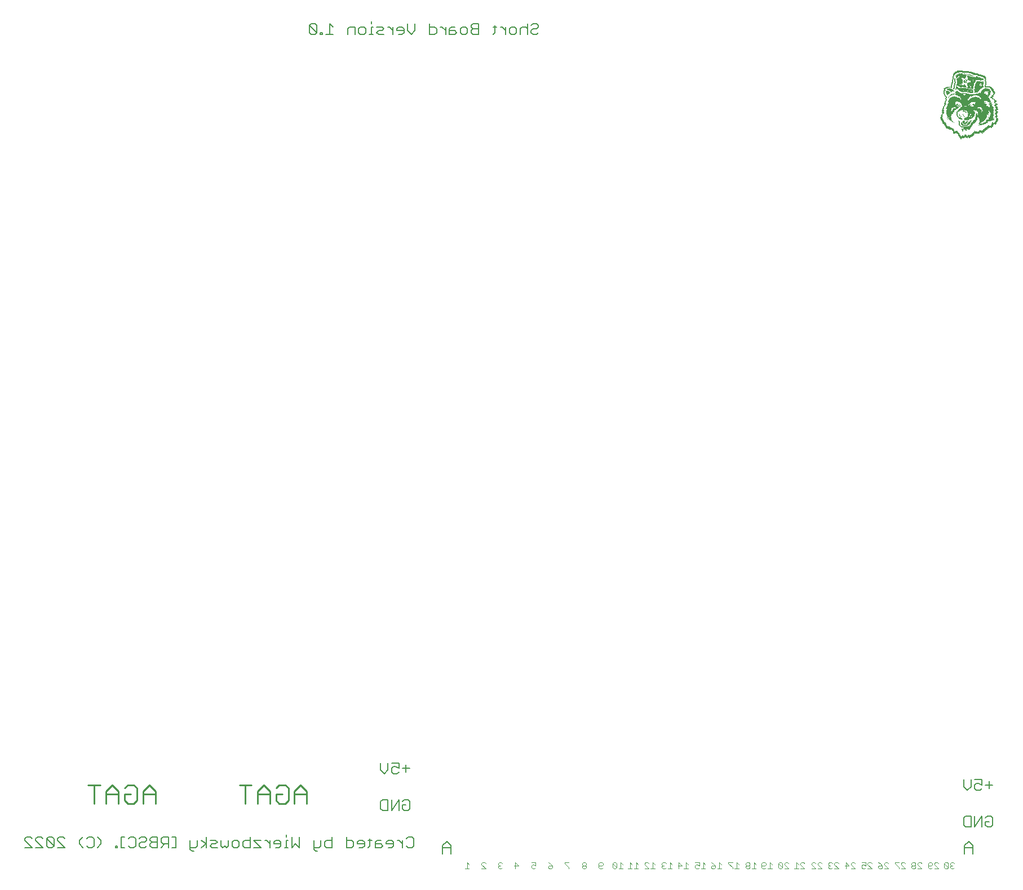
<source format=gbo>
G75*
%MOIN*%
%OFA0B0*%
%FSLAX25Y25*%
%IPPOS*%
%LPD*%
%AMOC8*
5,1,8,0,0,1.08239X$1,22.5*
%
%ADD10C,0.00600*%
%ADD11C,0.00900*%
%ADD12R,0.00472X0.00236*%
%ADD13R,0.00945X0.00236*%
%ADD14R,0.00709X0.00236*%
%ADD15R,0.01181X0.00236*%
%ADD16R,0.02598X0.00236*%
%ADD17R,0.01654X0.00236*%
%ADD18R,0.03071X0.00236*%
%ADD19R,0.03780X0.00236*%
%ADD20R,0.05906X0.00236*%
%ADD21R,0.06378X0.00236*%
%ADD22R,0.01417X0.00236*%
%ADD23R,0.03543X0.00236*%
%ADD24R,0.02362X0.00236*%
%ADD25R,0.01890X0.00236*%
%ADD26R,0.00236X0.00236*%
%ADD27R,0.04016X0.00236*%
%ADD28R,0.05669X0.00236*%
%ADD29R,0.02835X0.00236*%
%ADD30R,0.02126X0.00236*%
%ADD31R,0.03307X0.00236*%
%ADD32R,0.04252X0.00236*%
%ADD33R,0.06142X0.00236*%
%ADD34R,0.04488X0.00236*%
%ADD35R,0.04724X0.00236*%
%ADD36R,0.06614X0.00236*%
%ADD37R,0.05433X0.00236*%
%ADD38R,0.13228X0.00236*%
%ADD39R,0.12992X0.00236*%
%ADD40R,0.12283X0.00236*%
%ADD41R,0.09921X0.00236*%
%ADD42R,0.07323X0.00236*%
%ADD43R,0.07559X0.00236*%
%ADD44R,0.04961X0.00236*%
%ADD45R,0.10157X0.00236*%
%ADD46R,0.16299X0.00236*%
%ADD47R,0.08976X0.00236*%
%ADD48R,0.08268X0.00236*%
%ADD49R,0.08031X0.00236*%
%ADD50R,0.06850X0.00236*%
%ADD51R,0.05197X0.00236*%
%ADD52R,0.14882X0.00236*%
%ADD53R,0.21260X0.00236*%
%ADD54R,0.24803X0.00236*%
%ADD55R,0.12756X0.00236*%
%ADD56R,0.11339X0.00236*%
%ADD57R,0.09213X0.00236*%
%ADD58R,0.07087X0.00236*%
%ADD59R,0.08504X0.00236*%
%ADD60R,0.07795X0.00236*%
%ADD61R,0.09449X0.00236*%
%ADD62R,0.08740X0.00236*%
%ADD63R,0.09685X0.00236*%
%ADD64C,0.00300*%
D10*
X0033042Y0073804D02*
X0037312Y0073804D01*
X0033042Y0078074D01*
X0033042Y0079142D01*
X0034110Y0080209D01*
X0036245Y0080209D01*
X0037312Y0079142D01*
X0039488Y0079142D02*
X0040555Y0080209D01*
X0042690Y0080209D01*
X0043758Y0079142D01*
X0045933Y0079142D02*
X0050203Y0074872D01*
X0049136Y0073804D01*
X0047001Y0073804D01*
X0045933Y0074872D01*
X0045933Y0079142D01*
X0047001Y0080209D01*
X0049136Y0080209D01*
X0050203Y0079142D01*
X0050203Y0074872D01*
X0052379Y0073804D02*
X0056649Y0073804D01*
X0052379Y0078074D01*
X0052379Y0079142D01*
X0053446Y0080209D01*
X0055581Y0080209D01*
X0056649Y0079142D01*
X0065256Y0078074D02*
X0067391Y0080209D01*
X0069566Y0079142D02*
X0070634Y0080209D01*
X0072769Y0080209D01*
X0073837Y0079142D01*
X0073837Y0074872D01*
X0072769Y0073804D01*
X0070634Y0073804D01*
X0069566Y0074872D01*
X0067391Y0073804D02*
X0065256Y0075939D01*
X0065256Y0078074D01*
X0075999Y0080209D02*
X0078134Y0078074D01*
X0078134Y0075939D01*
X0075999Y0073804D01*
X0086734Y0073804D02*
X0087802Y0073804D01*
X0087802Y0074872D01*
X0086734Y0074872D01*
X0086734Y0073804D01*
X0089964Y0073804D02*
X0089964Y0080209D01*
X0092099Y0080209D01*
X0094274Y0079142D02*
X0095342Y0080209D01*
X0097477Y0080209D01*
X0098545Y0079142D01*
X0098545Y0074872D01*
X0097477Y0073804D01*
X0095342Y0073804D01*
X0094274Y0074872D01*
X0092099Y0073804D02*
X0089964Y0073804D01*
X0100720Y0074872D02*
X0101787Y0073804D01*
X0103922Y0073804D01*
X0104990Y0074872D01*
X0107165Y0074872D02*
X0108233Y0073804D01*
X0111436Y0073804D01*
X0111436Y0080209D01*
X0108233Y0080209D01*
X0107165Y0079142D01*
X0107165Y0078074D01*
X0108233Y0077007D01*
X0111436Y0077007D01*
X0113611Y0077007D02*
X0114678Y0075939D01*
X0117881Y0075939D01*
X0117881Y0073804D02*
X0117881Y0080209D01*
X0114678Y0080209D01*
X0113611Y0079142D01*
X0113611Y0077007D01*
X0115746Y0075939D02*
X0113611Y0073804D01*
X0108233Y0077007D02*
X0107165Y0075939D01*
X0107165Y0074872D01*
X0104990Y0078074D02*
X0103922Y0077007D01*
X0101787Y0077007D01*
X0100720Y0075939D01*
X0100720Y0074872D01*
X0100720Y0079142D02*
X0101787Y0080209D01*
X0103922Y0080209D01*
X0104990Y0079142D01*
X0104990Y0078074D01*
X0120043Y0080209D02*
X0122178Y0080209D01*
X0122178Y0073804D01*
X0120043Y0073804D01*
X0130799Y0073804D02*
X0134001Y0073804D01*
X0135069Y0074872D01*
X0135069Y0078074D01*
X0137238Y0078074D02*
X0140440Y0075939D01*
X0137238Y0073804D01*
X0140440Y0073804D02*
X0140440Y0080209D01*
X0142615Y0078074D02*
X0145818Y0078074D01*
X0146886Y0077007D01*
X0145818Y0075939D01*
X0143683Y0075939D01*
X0142615Y0074872D01*
X0143683Y0073804D01*
X0146886Y0073804D01*
X0149061Y0074872D02*
X0149061Y0078074D01*
X0149061Y0074872D02*
X0150129Y0073804D01*
X0151196Y0074872D01*
X0152264Y0073804D01*
X0153331Y0074872D01*
X0153331Y0078074D01*
X0155506Y0077007D02*
X0156574Y0078074D01*
X0158709Y0078074D01*
X0159777Y0077007D01*
X0159777Y0074872D01*
X0158709Y0073804D01*
X0156574Y0073804D01*
X0155506Y0074872D01*
X0155506Y0077007D01*
X0161952Y0077007D02*
X0163020Y0078074D01*
X0166222Y0078074D01*
X0166222Y0080209D02*
X0166222Y0073804D01*
X0163020Y0073804D01*
X0161952Y0074872D01*
X0161952Y0077007D01*
X0168397Y0078074D02*
X0172668Y0073804D01*
X0168397Y0073804D01*
X0168397Y0078074D02*
X0172668Y0078074D01*
X0174836Y0078074D02*
X0175904Y0078074D01*
X0178039Y0075939D01*
X0178039Y0073804D02*
X0178039Y0078074D01*
X0180214Y0077007D02*
X0180214Y0075939D01*
X0184485Y0075939D01*
X0184485Y0074872D02*
X0184485Y0077007D01*
X0183417Y0078074D01*
X0181282Y0078074D01*
X0180214Y0077007D01*
X0181282Y0073804D02*
X0183417Y0073804D01*
X0184485Y0074872D01*
X0186646Y0073804D02*
X0188782Y0073804D01*
X0187714Y0073804D02*
X0187714Y0078074D01*
X0188782Y0078074D01*
X0187714Y0080209D02*
X0187714Y0081277D01*
X0190957Y0080209D02*
X0190957Y0073804D01*
X0193092Y0075939D01*
X0195227Y0073804D01*
X0195227Y0080209D01*
X0203848Y0078074D02*
X0203848Y0072736D01*
X0204915Y0071669D01*
X0205983Y0071669D01*
X0207050Y0073804D02*
X0203848Y0073804D01*
X0207050Y0073804D02*
X0208118Y0074872D01*
X0208118Y0078074D01*
X0210293Y0077007D02*
X0211361Y0078074D01*
X0214563Y0078074D01*
X0214563Y0080209D02*
X0214563Y0073804D01*
X0211361Y0073804D01*
X0210293Y0074872D01*
X0210293Y0077007D01*
X0223184Y0078074D02*
X0226387Y0078074D01*
X0227454Y0077007D01*
X0227454Y0074872D01*
X0226387Y0073804D01*
X0223184Y0073804D01*
X0223184Y0080209D01*
X0229630Y0077007D02*
X0229630Y0075939D01*
X0233900Y0075939D01*
X0233900Y0074872D02*
X0233900Y0077007D01*
X0232832Y0078074D01*
X0230697Y0078074D01*
X0229630Y0077007D01*
X0230697Y0073804D02*
X0232832Y0073804D01*
X0233900Y0074872D01*
X0236062Y0073804D02*
X0237129Y0074872D01*
X0237129Y0079142D01*
X0236062Y0078074D02*
X0238197Y0078074D01*
X0240372Y0077007D02*
X0240372Y0073804D01*
X0243575Y0073804D01*
X0244642Y0074872D01*
X0243575Y0075939D01*
X0240372Y0075939D01*
X0240372Y0077007D02*
X0241440Y0078074D01*
X0243575Y0078074D01*
X0246818Y0077007D02*
X0246818Y0075939D01*
X0251088Y0075939D01*
X0251088Y0074872D02*
X0251088Y0077007D01*
X0250020Y0078074D01*
X0247885Y0078074D01*
X0246818Y0077007D01*
X0247885Y0073804D02*
X0250020Y0073804D01*
X0251088Y0074872D01*
X0253256Y0078074D02*
X0254324Y0078074D01*
X0256459Y0075939D01*
X0256459Y0073804D02*
X0256459Y0078074D01*
X0258634Y0079142D02*
X0259702Y0080209D01*
X0261837Y0080209D01*
X0262905Y0079142D01*
X0262905Y0074872D01*
X0261837Y0073804D01*
X0259702Y0073804D01*
X0258634Y0074872D01*
X0259554Y0095851D02*
X0257419Y0095851D01*
X0256351Y0096919D01*
X0256351Y0099054D01*
X0258486Y0099054D01*
X0256351Y0101189D02*
X0257419Y0102257D01*
X0259554Y0102257D01*
X0260621Y0101189D01*
X0260621Y0096919D01*
X0259554Y0095851D01*
X0254176Y0095851D02*
X0254176Y0102257D01*
X0249905Y0095851D01*
X0249905Y0102257D01*
X0247730Y0102257D02*
X0244528Y0102257D01*
X0243460Y0101189D01*
X0243460Y0096919D01*
X0244528Y0095851D01*
X0247730Y0095851D01*
X0247730Y0102257D01*
X0245595Y0117505D02*
X0243460Y0119640D01*
X0243460Y0123910D01*
X0247730Y0123910D02*
X0247730Y0119640D01*
X0245595Y0117505D01*
X0249905Y0118572D02*
X0249905Y0120707D01*
X0250973Y0121775D01*
X0252041Y0121775D01*
X0254176Y0120707D01*
X0254176Y0123910D01*
X0249905Y0123910D01*
X0249905Y0118572D02*
X0250973Y0117505D01*
X0253108Y0117505D01*
X0254176Y0118572D01*
X0256351Y0120707D02*
X0260621Y0120707D01*
X0258486Y0118572D02*
X0258486Y0122843D01*
X0282525Y0077541D02*
X0280098Y0075114D01*
X0280098Y0070261D01*
X0280098Y0073901D02*
X0284952Y0073901D01*
X0284952Y0075114D02*
X0282525Y0077541D01*
X0284952Y0075114D02*
X0284952Y0070261D01*
X0132934Y0071669D02*
X0131866Y0071669D01*
X0130799Y0072736D01*
X0130799Y0078074D01*
X0043758Y0073804D02*
X0039488Y0078074D01*
X0039488Y0079142D01*
X0039488Y0073804D02*
X0043758Y0073804D01*
X0202462Y0554513D02*
X0204598Y0554513D01*
X0205665Y0555580D01*
X0201395Y0559850D01*
X0201395Y0555580D01*
X0202462Y0554513D01*
X0205665Y0555580D02*
X0205665Y0559850D01*
X0204598Y0560918D01*
X0202462Y0560918D01*
X0201395Y0559850D01*
X0207820Y0555580D02*
X0207820Y0554513D01*
X0208888Y0554513D01*
X0208888Y0555580D01*
X0207820Y0555580D01*
X0211063Y0554513D02*
X0215333Y0554513D01*
X0213198Y0554513D02*
X0213198Y0560918D01*
X0215333Y0558783D01*
X0223954Y0557715D02*
X0223954Y0554513D01*
X0223954Y0557715D02*
X0225022Y0558783D01*
X0228224Y0558783D01*
X0228224Y0554513D01*
X0230400Y0555580D02*
X0230400Y0557715D01*
X0231467Y0558783D01*
X0233602Y0558783D01*
X0234670Y0557715D01*
X0234670Y0555580D01*
X0233602Y0554513D01*
X0231467Y0554513D01*
X0230400Y0555580D01*
X0236832Y0554513D02*
X0238967Y0554513D01*
X0237899Y0554513D02*
X0237899Y0558783D01*
X0238967Y0558783D01*
X0241142Y0558783D02*
X0244345Y0558783D01*
X0245412Y0557715D01*
X0244345Y0556648D01*
X0242210Y0556648D01*
X0241142Y0555580D01*
X0242210Y0554513D01*
X0245412Y0554513D01*
X0247581Y0558783D02*
X0248649Y0558783D01*
X0250784Y0556648D01*
X0250784Y0554513D02*
X0250784Y0558783D01*
X0252959Y0557715D02*
X0252959Y0556648D01*
X0257229Y0556648D01*
X0257229Y0557715D02*
X0256162Y0558783D01*
X0254026Y0558783D01*
X0252959Y0557715D01*
X0254026Y0554513D02*
X0256162Y0554513D01*
X0257229Y0555580D01*
X0257229Y0557715D01*
X0259404Y0556648D02*
X0259404Y0560918D01*
X0259404Y0556648D02*
X0261540Y0554513D01*
X0263675Y0556648D01*
X0263675Y0560918D01*
X0272295Y0560918D02*
X0272295Y0554513D01*
X0275498Y0554513D01*
X0276566Y0555580D01*
X0276566Y0557715D01*
X0275498Y0558783D01*
X0272295Y0558783D01*
X0278734Y0558783D02*
X0279802Y0558783D01*
X0281937Y0556648D01*
X0281937Y0554513D02*
X0281937Y0558783D01*
X0284112Y0557715D02*
X0284112Y0554513D01*
X0287315Y0554513D01*
X0288382Y0555580D01*
X0287315Y0556648D01*
X0284112Y0556648D01*
X0284112Y0557715D02*
X0285180Y0558783D01*
X0287315Y0558783D01*
X0290558Y0557715D02*
X0291625Y0558783D01*
X0293760Y0558783D01*
X0294828Y0557715D01*
X0294828Y0555580D01*
X0293760Y0554513D01*
X0291625Y0554513D01*
X0290558Y0555580D01*
X0290558Y0557715D01*
X0297003Y0556648D02*
X0297003Y0555580D01*
X0298071Y0554513D01*
X0301273Y0554513D01*
X0301273Y0560918D01*
X0298071Y0560918D01*
X0297003Y0559850D01*
X0297003Y0558783D01*
X0298071Y0557715D01*
X0301273Y0557715D01*
X0298071Y0557715D02*
X0297003Y0556648D01*
X0309881Y0558783D02*
X0312016Y0558783D01*
X0310948Y0559850D02*
X0310948Y0555580D01*
X0309881Y0554513D01*
X0314184Y0558783D02*
X0315252Y0558783D01*
X0317387Y0556648D01*
X0317387Y0554513D02*
X0317387Y0558783D01*
X0319562Y0557715D02*
X0320630Y0558783D01*
X0322765Y0558783D01*
X0323833Y0557715D01*
X0323833Y0555580D01*
X0322765Y0554513D01*
X0320630Y0554513D01*
X0319562Y0555580D01*
X0319562Y0557715D01*
X0326008Y0557715D02*
X0326008Y0554513D01*
X0326008Y0557715D02*
X0327075Y0558783D01*
X0329211Y0558783D01*
X0330278Y0557715D01*
X0332453Y0556648D02*
X0332453Y0555580D01*
X0333521Y0554513D01*
X0335656Y0554513D01*
X0336724Y0555580D01*
X0335656Y0557715D02*
X0333521Y0557715D01*
X0332453Y0556648D01*
X0330278Y0554513D02*
X0330278Y0560918D01*
X0332453Y0559850D02*
X0333521Y0560918D01*
X0335656Y0560918D01*
X0336724Y0559850D01*
X0336724Y0558783D01*
X0335656Y0557715D01*
X0237899Y0560918D02*
X0237899Y0561986D01*
X0588263Y0114068D02*
X0588263Y0109797D01*
X0590398Y0107662D01*
X0592533Y0109797D01*
X0592533Y0114068D01*
X0594709Y0114068D02*
X0598979Y0114068D01*
X0598979Y0110865D01*
X0596844Y0111933D01*
X0595776Y0111933D01*
X0594709Y0110865D01*
X0594709Y0108730D01*
X0595776Y0107662D01*
X0597911Y0107662D01*
X0598979Y0108730D01*
X0601154Y0110865D02*
X0605424Y0110865D01*
X0603289Y0113000D02*
X0603289Y0108730D01*
X0602222Y0092414D02*
X0604357Y0092414D01*
X0605424Y0091347D01*
X0605424Y0087076D01*
X0604357Y0086009D01*
X0602222Y0086009D01*
X0601154Y0087076D01*
X0601154Y0089211D01*
X0603289Y0089211D01*
X0601154Y0091347D02*
X0602222Y0092414D01*
X0598979Y0092414D02*
X0594709Y0086009D01*
X0594709Y0092414D01*
X0592533Y0092414D02*
X0592533Y0086009D01*
X0589331Y0086009D01*
X0588263Y0087076D01*
X0588263Y0091347D01*
X0589331Y0092414D01*
X0592533Y0092414D01*
X0598979Y0092414D02*
X0598979Y0086009D01*
X0591187Y0077541D02*
X0588760Y0075114D01*
X0588760Y0070261D01*
X0588760Y0073901D02*
X0593613Y0073901D01*
X0593613Y0075114D02*
X0591187Y0077541D01*
X0593613Y0075114D02*
X0593613Y0070261D01*
D11*
X0199763Y0099938D02*
X0199763Y0107218D01*
X0196122Y0110859D01*
X0192482Y0107218D01*
X0192482Y0099938D01*
X0188887Y0101758D02*
X0187067Y0099938D01*
X0183427Y0099938D01*
X0181607Y0101758D01*
X0181607Y0105398D01*
X0185247Y0105398D01*
X0188887Y0109038D02*
X0188887Y0101758D01*
X0192482Y0105398D02*
X0199763Y0105398D01*
X0188887Y0109038D02*
X0187067Y0110859D01*
X0183427Y0110859D01*
X0181607Y0109038D01*
X0178012Y0107218D02*
X0174372Y0110859D01*
X0170732Y0107218D01*
X0170732Y0099938D01*
X0170732Y0105398D02*
X0178012Y0105398D01*
X0178012Y0107218D02*
X0178012Y0099938D01*
X0163496Y0099938D02*
X0163496Y0110859D01*
X0167136Y0110859D02*
X0159856Y0110859D01*
X0110196Y0107218D02*
X0110196Y0099938D01*
X0110196Y0105398D02*
X0102915Y0105398D01*
X0102915Y0107218D02*
X0102915Y0099938D01*
X0099320Y0101758D02*
X0097500Y0099938D01*
X0093860Y0099938D01*
X0092040Y0101758D01*
X0092040Y0105398D01*
X0095680Y0105398D01*
X0099320Y0109038D02*
X0099320Y0101758D01*
X0102915Y0107218D02*
X0106556Y0110859D01*
X0110196Y0107218D01*
X0099320Y0109038D02*
X0097500Y0110859D01*
X0093860Y0110859D01*
X0092040Y0109038D01*
X0088445Y0107218D02*
X0084805Y0110859D01*
X0081165Y0107218D01*
X0081165Y0099938D01*
X0081165Y0105398D02*
X0088445Y0105398D01*
X0088445Y0107218D02*
X0088445Y0099938D01*
X0077569Y0110859D02*
X0070289Y0110859D01*
X0073929Y0110859D02*
X0073929Y0099938D01*
D12*
X0575134Y0505551D03*
X0575370Y0505787D03*
X0575606Y0506969D03*
X0576079Y0508858D03*
X0578913Y0505079D03*
X0581748Y0502717D03*
X0585291Y0502953D03*
X0585528Y0502717D03*
X0585528Y0502480D03*
X0585528Y0502244D03*
X0585764Y0502008D03*
X0585764Y0501772D03*
X0585764Y0501299D03*
X0585764Y0501063D03*
X0585764Y0500827D03*
X0586945Y0502008D03*
X0586945Y0502244D03*
X0586709Y0505787D03*
X0588598Y0505787D03*
X0589543Y0508150D03*
X0589071Y0508622D03*
X0587890Y0509567D03*
X0586000Y0511693D03*
X0585291Y0512165D03*
X0585055Y0512402D03*
X0584583Y0513110D03*
X0584346Y0512874D03*
X0585291Y0517835D03*
X0583638Y0521614D03*
X0583638Y0521850D03*
X0582457Y0522087D03*
X0582457Y0522323D03*
X0582693Y0522795D03*
X0582693Y0523031D03*
X0582693Y0523268D03*
X0584110Y0523504D03*
X0586709Y0524449D03*
X0588598Y0526339D03*
X0588598Y0526811D03*
X0588835Y0527047D03*
X0589307Y0526339D03*
X0590016Y0525630D03*
X0589543Y0527520D03*
X0588835Y0531063D03*
X0584346Y0528465D03*
X0584110Y0528701D03*
X0583165Y0527992D03*
X0583165Y0527756D03*
X0583165Y0527520D03*
X0583165Y0527283D03*
X0583165Y0527047D03*
X0583165Y0526811D03*
X0583165Y0526575D03*
X0583165Y0526339D03*
X0581748Y0527047D03*
X0581748Y0527283D03*
X0581748Y0527520D03*
X0581984Y0528701D03*
X0581276Y0524921D03*
X0581276Y0524685D03*
X0581039Y0523504D03*
X0581039Y0523268D03*
X0591197Y0521850D03*
X0596394Y0526575D03*
X0598283Y0524449D03*
X0599701Y0526339D03*
X0601354Y0525157D03*
X0601354Y0524921D03*
X0603244Y0513110D03*
X0602535Y0506732D03*
X0602299Y0503898D03*
X0605370Y0502244D03*
X0603008Y0500354D03*
X0597575Y0501772D03*
X0597811Y0497520D03*
X0599228Y0495866D03*
X0594740Y0497047D03*
X0591669Y0493268D03*
X0587654Y0494449D03*
X0586709Y0492559D03*
X0587654Y0497047D03*
X0589543Y0497520D03*
X0589543Y0497756D03*
X0591197Y0502244D03*
X0591197Y0502480D03*
X0592142Y0502480D03*
X0592378Y0502717D03*
X0592378Y0502953D03*
X0592614Y0503189D03*
X0592142Y0505551D03*
X0592378Y0505787D03*
X0595685Y0507205D03*
X0595921Y0507441D03*
X0595921Y0506969D03*
X0591669Y0512402D03*
X0584346Y0507677D03*
X0584346Y0507441D03*
X0584346Y0506969D03*
X0584346Y0506732D03*
X0584583Y0506260D03*
X0584819Y0505787D03*
X0607969Y0504606D03*
D13*
X0607496Y0505315D03*
X0607732Y0506496D03*
X0607496Y0506969D03*
X0607732Y0508858D03*
X0607496Y0509331D03*
X0607969Y0510276D03*
X0607732Y0510512D03*
X0607496Y0511693D03*
X0607260Y0511929D03*
X0607496Y0513346D03*
X0607260Y0513583D03*
X0606787Y0513819D03*
X0606787Y0514055D03*
X0606787Y0514291D03*
X0607024Y0515000D03*
X0606787Y0515472D03*
X0606315Y0515709D03*
X0606079Y0515945D03*
X0605370Y0516417D03*
X0605134Y0516654D03*
X0605370Y0517835D03*
X0605606Y0518307D03*
X0605606Y0518543D03*
X0605843Y0518780D03*
X0606079Y0519016D03*
X0606315Y0519252D03*
X0606315Y0519488D03*
X0603717Y0520669D03*
X0601118Y0523740D03*
X0601118Y0523976D03*
X0601118Y0524213D03*
X0601354Y0525630D03*
X0601354Y0525866D03*
X0601354Y0526102D03*
X0601118Y0526811D03*
X0601118Y0527047D03*
X0601118Y0527756D03*
X0601118Y0527992D03*
X0601118Y0528228D03*
X0598283Y0527047D03*
X0599465Y0524685D03*
X0599465Y0524449D03*
X0599465Y0524213D03*
X0599465Y0523976D03*
X0595921Y0529409D03*
X0593559Y0529646D03*
X0590961Y0529646D03*
X0589780Y0530827D03*
X0589307Y0527283D03*
X0589780Y0526575D03*
X0590016Y0526811D03*
X0588835Y0526102D03*
X0588835Y0525630D03*
X0588598Y0524449D03*
X0586709Y0524921D03*
X0582929Y0524685D03*
X0582929Y0524449D03*
X0581512Y0525866D03*
X0582220Y0529646D03*
X0582457Y0530354D03*
X0582693Y0530591D03*
X0584110Y0528937D03*
X0584346Y0520669D03*
X0580803Y0520669D03*
X0578441Y0520906D03*
X0577024Y0521614D03*
X0577024Y0521850D03*
X0576787Y0520906D03*
X0576787Y0520669D03*
X0576787Y0519252D03*
X0576787Y0519016D03*
X0577024Y0518543D03*
X0577260Y0518071D03*
X0577732Y0517598D03*
X0577969Y0517362D03*
X0577969Y0517126D03*
X0577732Y0516417D03*
X0577732Y0515945D03*
X0577969Y0515709D03*
X0577732Y0515236D03*
X0577496Y0514528D03*
X0577260Y0513819D03*
X0577260Y0513346D03*
X0576315Y0510984D03*
X0575843Y0509803D03*
X0575843Y0509567D03*
X0576079Y0508622D03*
X0576079Y0507913D03*
X0575370Y0506496D03*
X0575370Y0506024D03*
X0580803Y0503425D03*
X0585055Y0505315D03*
X0584819Y0508622D03*
X0584110Y0512638D03*
X0591197Y0506260D03*
X0590961Y0505787D03*
X0593559Y0505551D03*
X0590488Y0502953D03*
X0590252Y0502717D03*
X0590016Y0502480D03*
X0587181Y0501299D03*
X0586945Y0501535D03*
X0586945Y0501772D03*
X0586472Y0500118D03*
X0586709Y0499882D03*
X0589543Y0497992D03*
X0590252Y0493268D03*
X0586709Y0492795D03*
X0585291Y0495157D03*
X0582220Y0497047D03*
X0582220Y0497283D03*
X0596630Y0495630D03*
X0604661Y0499173D03*
X0604189Y0513110D03*
X0604189Y0513346D03*
X0603717Y0514055D03*
X0593087Y0517835D03*
X0591669Y0520669D03*
X0590961Y0523976D03*
X0592850Y0526575D03*
D14*
X0589898Y0527047D03*
X0594386Y0529173D03*
X0596276Y0527283D03*
X0601236Y0527283D03*
X0601236Y0527520D03*
X0601236Y0526575D03*
X0601236Y0526339D03*
X0601472Y0525394D03*
X0601236Y0524685D03*
X0601236Y0524449D03*
X0601472Y0522323D03*
X0603126Y0518071D03*
X0597220Y0510512D03*
X0596039Y0506732D03*
X0593441Y0505315D03*
X0591079Y0506024D03*
X0589189Y0508386D03*
X0588244Y0509094D03*
X0584465Y0508386D03*
X0584465Y0508150D03*
X0584465Y0507913D03*
X0584465Y0507205D03*
X0584465Y0506496D03*
X0584701Y0506024D03*
X0584937Y0505551D03*
X0581394Y0502953D03*
X0581157Y0503189D03*
X0585882Y0500591D03*
X0586118Y0500354D03*
X0587299Y0498465D03*
X0587535Y0497756D03*
X0587535Y0497520D03*
X0587535Y0497283D03*
X0589189Y0494921D03*
X0591079Y0494685D03*
X0590370Y0493031D03*
X0588008Y0493031D03*
X0591315Y0497992D03*
X0597929Y0502008D03*
X0599110Y0496102D03*
X0605488Y0502008D03*
X0606906Y0501063D03*
X0607614Y0505079D03*
X0607614Y0506732D03*
X0607378Y0509094D03*
X0594150Y0513110D03*
X0582102Y0518780D03*
X0581157Y0518780D03*
X0580921Y0518543D03*
X0580213Y0518071D03*
X0578795Y0518780D03*
X0577378Y0517835D03*
X0577142Y0518307D03*
X0576906Y0518780D03*
X0576669Y0519488D03*
X0576669Y0519724D03*
X0576669Y0519961D03*
X0576669Y0520197D03*
X0576669Y0520433D03*
X0576906Y0521378D03*
X0580921Y0522795D03*
X0581157Y0523740D03*
X0581157Y0523976D03*
X0581157Y0524213D03*
X0581157Y0524449D03*
X0581394Y0525157D03*
X0581394Y0525394D03*
X0581394Y0525630D03*
X0581630Y0526102D03*
X0581630Y0526339D03*
X0581630Y0526575D03*
X0581630Y0526811D03*
X0581866Y0527756D03*
X0581866Y0527992D03*
X0581866Y0528228D03*
X0581866Y0528465D03*
X0582102Y0528937D03*
X0582102Y0529173D03*
X0582102Y0529409D03*
X0582339Y0529882D03*
X0582339Y0530118D03*
X0585646Y0531063D03*
X0583283Y0526102D03*
X0583283Y0525866D03*
X0583283Y0525630D03*
X0583047Y0525394D03*
X0583047Y0525157D03*
X0583047Y0524921D03*
X0582811Y0524213D03*
X0582811Y0523976D03*
X0582811Y0523740D03*
X0582811Y0523504D03*
X0582575Y0522559D03*
X0583756Y0522087D03*
X0581157Y0520433D03*
X0577850Y0516890D03*
X0577850Y0516654D03*
X0577614Y0516181D03*
X0577850Y0515472D03*
X0577614Y0515000D03*
X0577614Y0514764D03*
X0577378Y0514291D03*
X0577378Y0514055D03*
X0577142Y0513583D03*
X0577378Y0512874D03*
X0577378Y0512638D03*
X0577142Y0512402D03*
X0576906Y0512165D03*
X0576669Y0511929D03*
X0576669Y0511693D03*
X0576433Y0511457D03*
X0576433Y0511220D03*
X0576197Y0510748D03*
X0576197Y0510512D03*
X0575961Y0510276D03*
X0575961Y0510039D03*
X0576197Y0507677D03*
X0575961Y0507441D03*
X0575724Y0507205D03*
X0575488Y0506732D03*
X0575252Y0505315D03*
X0593441Y0520669D03*
X0593441Y0520906D03*
X0593441Y0522087D03*
D15*
X0593205Y0523031D03*
X0593205Y0523268D03*
X0591079Y0524213D03*
X0592969Y0526339D03*
X0594386Y0526339D03*
X0594622Y0526575D03*
X0592260Y0530118D03*
X0590843Y0530591D03*
X0588717Y0528465D03*
X0582811Y0530827D03*
X0584228Y0523268D03*
X0584465Y0522795D03*
X0578795Y0519016D03*
X0576906Y0521142D03*
X0577142Y0522087D03*
X0577378Y0522323D03*
X0577378Y0513110D03*
X0575961Y0508386D03*
X0575961Y0508150D03*
X0575488Y0506260D03*
X0575016Y0505079D03*
X0575016Y0504843D03*
X0575252Y0504370D03*
X0575488Y0503898D03*
X0575724Y0503425D03*
X0575961Y0502717D03*
X0576197Y0502480D03*
X0577614Y0500591D03*
X0580685Y0503661D03*
X0580449Y0503898D03*
X0580213Y0504843D03*
X0580213Y0505079D03*
X0581866Y0508858D03*
X0582102Y0509094D03*
X0584937Y0508858D03*
X0585173Y0509094D03*
X0585646Y0505079D03*
X0588244Y0502953D03*
X0588244Y0502244D03*
X0588244Y0502008D03*
X0587299Y0501063D03*
X0589898Y0502244D03*
X0591315Y0501772D03*
X0591315Y0501535D03*
X0591079Y0501299D03*
X0590843Y0501063D03*
X0591551Y0502008D03*
X0591079Y0505551D03*
X0591315Y0506732D03*
X0591315Y0506969D03*
X0591315Y0507205D03*
X0593677Y0505787D03*
X0595803Y0505079D03*
X0598165Y0502244D03*
X0597693Y0501535D03*
X0597929Y0497283D03*
X0594150Y0495630D03*
X0591787Y0493504D03*
X0589189Y0494685D03*
X0586827Y0493031D03*
X0586118Y0493976D03*
X0585646Y0494685D03*
X0585173Y0495394D03*
X0584937Y0495630D03*
X0583992Y0497047D03*
X0582811Y0495866D03*
X0582102Y0497520D03*
X0587535Y0497992D03*
X0589425Y0498228D03*
X0591315Y0498228D03*
X0605252Y0500827D03*
X0606906Y0501299D03*
X0607850Y0503425D03*
X0607850Y0503661D03*
X0607850Y0504370D03*
X0607614Y0506260D03*
X0607614Y0507677D03*
X0607614Y0507913D03*
X0607614Y0508150D03*
X0607850Y0508386D03*
X0607614Y0510748D03*
X0607614Y0510984D03*
X0607614Y0511220D03*
X0607614Y0511457D03*
X0607142Y0512165D03*
X0607142Y0512402D03*
X0607378Y0512638D03*
X0607614Y0512874D03*
X0607614Y0513110D03*
X0606906Y0514528D03*
X0606906Y0514764D03*
X0606906Y0515236D03*
X0605724Y0516181D03*
X0604780Y0516890D03*
X0604780Y0517126D03*
X0605016Y0517362D03*
X0605252Y0517598D03*
X0605488Y0518071D03*
X0606197Y0519724D03*
X0605961Y0519961D03*
X0605961Y0520197D03*
X0605961Y0520433D03*
X0605724Y0520669D03*
X0605724Y0520906D03*
X0605488Y0521142D03*
X0605252Y0521614D03*
X0605016Y0521850D03*
X0604780Y0522323D03*
X0603362Y0519488D03*
X0603362Y0519252D03*
X0603362Y0519016D03*
X0603362Y0518780D03*
X0603126Y0518543D03*
X0603126Y0518307D03*
X0604071Y0513583D03*
X0604307Y0512165D03*
X0591787Y0520906D03*
X0600764Y0528701D03*
X0601000Y0528465D03*
D16*
X0599819Y0529409D03*
X0596748Y0525157D03*
X0596276Y0524213D03*
X0596276Y0523976D03*
X0592732Y0522323D03*
X0592260Y0527283D03*
X0586827Y0521142D03*
X0584228Y0520197D03*
X0584228Y0519961D03*
X0579740Y0522087D03*
X0579031Y0519961D03*
X0579504Y0509803D03*
X0579504Y0509567D03*
X0579504Y0506732D03*
X0579504Y0506496D03*
X0589898Y0503898D03*
X0593205Y0506260D03*
X0599110Y0503425D03*
X0600055Y0501535D03*
X0604307Y0505079D03*
X0587299Y0493268D03*
D17*
X0589189Y0494449D03*
X0590134Y0493504D03*
X0588717Y0499882D03*
X0588953Y0501535D03*
X0588244Y0502717D03*
X0586354Y0504606D03*
X0586118Y0504843D03*
X0585646Y0509331D03*
X0582339Y0509567D03*
X0579740Y0505315D03*
X0576433Y0502244D03*
X0577142Y0501299D03*
X0578087Y0499882D03*
X0581866Y0497756D03*
X0592969Y0501063D03*
X0593205Y0501535D03*
X0595567Y0504134D03*
X0595567Y0504370D03*
X0598402Y0502480D03*
X0602181Y0502953D03*
X0607142Y0502244D03*
X0607142Y0502008D03*
X0607378Y0502480D03*
X0607614Y0502717D03*
X0607614Y0502953D03*
X0608087Y0503898D03*
X0608087Y0504134D03*
X0607614Y0505787D03*
X0605016Y0507441D03*
X0604543Y0511693D03*
X0604071Y0512874D03*
X0604307Y0513819D03*
X0603598Y0514291D03*
X0603835Y0523031D03*
X0599346Y0525157D03*
X0598402Y0527283D03*
X0600528Y0528937D03*
X0593205Y0523504D03*
X0589425Y0520906D03*
X0588480Y0524213D03*
X0589189Y0525866D03*
X0588480Y0528701D03*
X0584465Y0529409D03*
X0584228Y0529173D03*
X0583520Y0531535D03*
X0586591Y0523268D03*
X0584228Y0520433D03*
X0582811Y0517362D03*
X0578559Y0520669D03*
X0594150Y0512874D03*
D18*
X0598638Y0519488D03*
X0602181Y0523504D03*
X0598402Y0529882D03*
X0592024Y0529173D03*
X0592024Y0527520D03*
X0585646Y0527756D03*
X0585882Y0525394D03*
X0585409Y0524213D03*
X0579976Y0521850D03*
X0579504Y0508858D03*
X0579504Y0506969D03*
X0580685Y0498465D03*
X0583756Y0496102D03*
X0587299Y0493740D03*
X0587299Y0493504D03*
X0599110Y0503661D03*
X0604543Y0503898D03*
X0604543Y0504134D03*
X0604543Y0504606D03*
X0604543Y0504843D03*
X0604071Y0500118D03*
D19*
X0603480Y0503425D03*
X0603717Y0503661D03*
X0599465Y0504370D03*
X0601118Y0508386D03*
X0601118Y0508622D03*
X0596866Y0509567D03*
X0592614Y0506496D03*
X0589071Y0512402D03*
X0589071Y0512638D03*
X0595213Y0516890D03*
X0588362Y0520669D03*
X0592378Y0524449D03*
X0592378Y0524685D03*
X0592850Y0525630D03*
X0595449Y0530827D03*
X0596157Y0530591D03*
X0602535Y0523268D03*
X0601591Y0521850D03*
X0587654Y0529173D03*
X0586709Y0530591D03*
X0581276Y0513819D03*
X0581276Y0513583D03*
X0579858Y0510984D03*
X0579858Y0507441D03*
X0590961Y0493740D03*
X0595685Y0495866D03*
X0598520Y0496811D03*
D20*
X0597220Y0496575D03*
X0590134Y0493976D03*
X0589661Y0499409D03*
X0599819Y0506969D03*
X0599819Y0507205D03*
X0599819Y0507441D03*
X0602417Y0509567D03*
X0598165Y0513346D03*
X0594858Y0515945D03*
X0598402Y0519016D03*
X0599346Y0518071D03*
X0588953Y0517362D03*
X0589189Y0513819D03*
X0581394Y0511929D03*
D21*
X0583047Y0516181D03*
X0587535Y0522087D03*
X0586827Y0529882D03*
X0598402Y0513110D03*
X0602417Y0510276D03*
X0602417Y0509803D03*
X0602654Y0509331D03*
X0600055Y0507913D03*
X0598638Y0506024D03*
X0598638Y0505551D03*
X0598638Y0505315D03*
X0590370Y0494213D03*
D22*
X0593795Y0495394D03*
X0595213Y0496811D03*
X0592378Y0500118D03*
X0592378Y0500354D03*
X0592614Y0500591D03*
X0592850Y0500827D03*
X0593087Y0501299D03*
X0589780Y0502008D03*
X0588126Y0502480D03*
X0586945Y0504134D03*
X0588362Y0508858D03*
X0587890Y0511693D03*
X0587890Y0511929D03*
X0584583Y0510984D03*
X0584346Y0510748D03*
X0582220Y0509331D03*
X0580094Y0504606D03*
X0580331Y0504134D03*
X0577260Y0501063D03*
X0577496Y0500827D03*
X0577732Y0500354D03*
X0577969Y0500118D03*
X0575843Y0502953D03*
X0575843Y0503189D03*
X0575606Y0503661D03*
X0575370Y0504134D03*
X0575134Y0504606D03*
X0576079Y0509094D03*
X0576079Y0509331D03*
X0581039Y0518307D03*
X0578913Y0519252D03*
X0577732Y0522559D03*
X0584346Y0523031D03*
X0584819Y0522559D03*
X0587654Y0522559D03*
X0591197Y0523031D03*
X0591197Y0523268D03*
X0591197Y0523504D03*
X0592850Y0526811D03*
X0594504Y0526811D03*
X0594976Y0527283D03*
X0595921Y0529173D03*
X0593323Y0529882D03*
X0591669Y0530354D03*
X0586945Y0531063D03*
X0583165Y0531299D03*
X0582929Y0531063D03*
X0595449Y0519961D03*
X0599228Y0523740D03*
X0599465Y0524921D03*
X0604189Y0522795D03*
X0604425Y0522559D03*
X0604898Y0522087D03*
X0605370Y0521378D03*
X0603717Y0520433D03*
X0603480Y0519724D03*
X0604189Y0512402D03*
X0604425Y0511929D03*
X0607496Y0509567D03*
X0607969Y0510039D03*
X0607732Y0508622D03*
X0607496Y0507441D03*
X0607496Y0507205D03*
X0607732Y0506024D03*
X0607496Y0505551D03*
X0607732Y0503189D03*
X0605370Y0501299D03*
X0605370Y0501063D03*
X0605134Y0500591D03*
X0604898Y0500354D03*
X0602063Y0502717D03*
X0601827Y0502480D03*
X0598047Y0500827D03*
X0595685Y0504606D03*
X0595685Y0504843D03*
X0587654Y0498228D03*
X0584819Y0495866D03*
X0585528Y0494921D03*
X0585764Y0494449D03*
X0586000Y0494213D03*
D23*
X0592260Y0494449D03*
X0598874Y0497047D03*
X0603362Y0499409D03*
X0603598Y0499646D03*
X0599346Y0504134D03*
X0601236Y0508858D03*
X0601236Y0509094D03*
X0590134Y0504134D03*
X0579740Y0507205D03*
X0582811Y0517126D03*
X0585173Y0519488D03*
X0580213Y0521378D03*
X0579976Y0521614D03*
X0579504Y0523031D03*
X0586118Y0526102D03*
X0586118Y0526339D03*
X0586118Y0526575D03*
X0586118Y0526811D03*
X0592260Y0523740D03*
X0592969Y0525866D03*
X0596512Y0523740D03*
X0596512Y0522087D03*
X0596276Y0521850D03*
X0592260Y0519961D03*
X0592024Y0520197D03*
X0593205Y0531299D03*
D24*
X0596394Y0524921D03*
X0596394Y0524685D03*
X0596394Y0524449D03*
X0599937Y0520669D03*
X0601591Y0522087D03*
X0588598Y0519488D03*
X0581276Y0520906D03*
X0581039Y0521142D03*
X0578913Y0520197D03*
X0579622Y0506260D03*
X0578677Y0499646D03*
X0581039Y0498228D03*
X0589071Y0501772D03*
X0591197Y0505315D03*
X0598992Y0503189D03*
X0598992Y0502953D03*
X0602299Y0499173D03*
X0601118Y0498228D03*
X0600882Y0497992D03*
X0604661Y0508858D03*
X0604661Y0509094D03*
X0593087Y0494685D03*
D25*
X0593323Y0494921D03*
X0593559Y0495157D03*
X0591906Y0499882D03*
X0593559Y0501772D03*
X0593795Y0502008D03*
X0594031Y0502244D03*
X0594268Y0502480D03*
X0594504Y0502717D03*
X0594740Y0502953D03*
X0594740Y0503189D03*
X0594976Y0503425D03*
X0595213Y0503661D03*
X0595449Y0503898D03*
X0598756Y0502717D03*
X0601118Y0502008D03*
X0601591Y0502244D03*
X0599937Y0497283D03*
X0604898Y0506496D03*
X0604898Y0506732D03*
X0604898Y0506969D03*
X0604898Y0507205D03*
X0604898Y0507677D03*
X0604898Y0507913D03*
X0604898Y0508150D03*
X0607732Y0509803D03*
X0604661Y0511457D03*
X0604189Y0512638D03*
X0603480Y0514528D03*
X0603244Y0514764D03*
X0603244Y0519961D03*
X0603244Y0520197D03*
X0599465Y0519961D03*
X0599228Y0519724D03*
X0595685Y0520197D03*
X0595449Y0517126D03*
X0592614Y0519724D03*
X0590488Y0519016D03*
X0586945Y0520906D03*
X0585055Y0524449D03*
X0585055Y0524685D03*
X0585055Y0524921D03*
X0586000Y0528701D03*
X0591433Y0529409D03*
X0593087Y0523976D03*
X0596866Y0526339D03*
X0600173Y0529173D03*
X0579386Y0523268D03*
X0578913Y0519488D03*
X0583638Y0510512D03*
X0583165Y0510276D03*
X0582929Y0510039D03*
X0582693Y0509803D03*
X0579622Y0505787D03*
X0579622Y0505551D03*
X0580094Y0504370D03*
X0577024Y0501535D03*
X0576787Y0501772D03*
X0576551Y0502008D03*
X0586472Y0504370D03*
D26*
X0586591Y0505079D03*
X0586354Y0506024D03*
X0586118Y0506260D03*
X0586118Y0506496D03*
X0585882Y0506732D03*
X0585882Y0506969D03*
X0588008Y0506969D03*
X0588008Y0506732D03*
X0588244Y0506496D03*
X0588244Y0506260D03*
X0588480Y0506024D03*
X0589189Y0505079D03*
X0588953Y0503661D03*
X0588717Y0501299D03*
X0589425Y0501299D03*
X0591315Y0500118D03*
X0592024Y0502244D03*
X0591551Y0502953D03*
X0592732Y0503425D03*
X0597457Y0500591D03*
X0599110Y0500827D03*
X0596276Y0496811D03*
X0591079Y0494921D03*
X0589189Y0495157D03*
X0587535Y0499882D03*
X0585646Y0501535D03*
X0582575Y0502244D03*
X0582102Y0502480D03*
X0579031Y0504134D03*
X0578559Y0504843D03*
X0586118Y0511929D03*
X0586354Y0512165D03*
X0586354Y0512402D03*
X0586118Y0512638D03*
X0585409Y0514291D03*
X0583992Y0517362D03*
X0581630Y0517362D03*
X0581394Y0519016D03*
X0580921Y0520197D03*
X0579976Y0522323D03*
X0582811Y0521850D03*
X0579976Y0517835D03*
X0579740Y0517598D03*
X0579504Y0517362D03*
X0579504Y0517126D03*
X0579268Y0516890D03*
X0578795Y0518307D03*
X0578795Y0518543D03*
X0586827Y0524685D03*
X0588953Y0524685D03*
X0589661Y0526102D03*
X0588480Y0526575D03*
X0588953Y0528228D03*
X0590606Y0529882D03*
X0584465Y0530591D03*
X0583047Y0528228D03*
X0589898Y0523031D03*
X0591079Y0522323D03*
X0589898Y0519252D03*
X0588717Y0519252D03*
X0588008Y0519252D03*
X0588008Y0520197D03*
X0592969Y0517598D03*
X0593913Y0517126D03*
X0595331Y0517362D03*
X0595803Y0518307D03*
X0595094Y0519724D03*
X0597693Y0519724D03*
X0594622Y0514291D03*
X0593677Y0514291D03*
X0592260Y0512638D03*
X0592496Y0512402D03*
X0592969Y0512165D03*
X0591787Y0512638D03*
X0588953Y0509331D03*
X0588480Y0508622D03*
X0595094Y0509331D03*
X0596512Y0510512D03*
X0603126Y0505551D03*
X0603126Y0505315D03*
X0605252Y0502480D03*
X0607850Y0504843D03*
X0605961Y0509803D03*
X0599819Y0526575D03*
X0598638Y0526339D03*
D27*
X0596748Y0530354D03*
X0592496Y0525394D03*
X0592496Y0525157D03*
X0592496Y0524921D03*
X0592024Y0522795D03*
X0596748Y0522323D03*
X0598402Y0519252D03*
X0586354Y0518307D03*
X0581394Y0514055D03*
X0581157Y0513346D03*
X0580213Y0511220D03*
X0579976Y0507677D03*
X0590606Y0504370D03*
X0591551Y0505079D03*
X0592732Y0507913D03*
X0599346Y0504606D03*
X0590134Y0498701D03*
X0590134Y0498465D03*
X0595803Y0496102D03*
X0587772Y0529409D03*
D28*
X0586709Y0522323D03*
X0582929Y0516417D03*
X0581748Y0512402D03*
X0594976Y0516181D03*
X0599228Y0518307D03*
X0596866Y0496339D03*
D29*
X0598992Y0501063D03*
X0603008Y0503189D03*
X0604425Y0504370D03*
X0606315Y0501772D03*
X0606315Y0501535D03*
X0597575Y0508622D03*
X0597339Y0508858D03*
X0597339Y0509094D03*
X0591197Y0511693D03*
X0584583Y0519724D03*
X0585764Y0525157D03*
X0585528Y0527992D03*
X0585528Y0528228D03*
X0586236Y0530827D03*
X0584346Y0531772D03*
X0593559Y0526102D03*
X0595921Y0521142D03*
X0595921Y0520906D03*
X0599228Y0529646D03*
X0579622Y0510039D03*
X0579386Y0509331D03*
X0579386Y0509094D03*
X0578913Y0499409D03*
X0583402Y0496811D03*
X0583402Y0496575D03*
X0583638Y0496339D03*
D30*
X0581394Y0497992D03*
X0579504Y0506024D03*
X0584465Y0511220D03*
X0586118Y0509567D03*
X0591079Y0511929D03*
X0593677Y0507205D03*
X0593677Y0506969D03*
X0593677Y0506732D03*
X0593205Y0506024D03*
X0597693Y0508386D03*
X0604780Y0508386D03*
X0604780Y0508622D03*
X0605016Y0506260D03*
X0604780Y0506024D03*
X0604780Y0505787D03*
X0604543Y0505551D03*
X0604543Y0505315D03*
X0600764Y0501772D03*
X0601945Y0498937D03*
X0601709Y0498701D03*
X0601472Y0498465D03*
X0600528Y0497756D03*
X0600291Y0497520D03*
X0604780Y0511220D03*
X0599583Y0520197D03*
X0599819Y0520433D03*
X0595803Y0520433D03*
X0595803Y0520669D03*
X0593205Y0524213D03*
X0588953Y0523268D03*
X0585882Y0528465D03*
X0578323Y0522795D03*
X0578795Y0520433D03*
X0579031Y0519724D03*
D31*
X0579622Y0510748D03*
X0579386Y0510512D03*
X0579386Y0510276D03*
X0579386Y0499173D03*
X0579622Y0498937D03*
X0580094Y0498701D03*
X0589071Y0500591D03*
X0599228Y0501299D03*
X0599228Y0503898D03*
X0597102Y0509331D03*
X0603953Y0499882D03*
X0595921Y0521378D03*
X0596157Y0521614D03*
X0592378Y0522559D03*
X0586000Y0525630D03*
X0586000Y0525866D03*
X0586000Y0527047D03*
X0586000Y0527283D03*
X0585764Y0527520D03*
X0586000Y0532717D03*
X0592850Y0531535D03*
X0598047Y0530118D03*
D32*
X0594504Y0531063D03*
X0593323Y0527047D03*
X0597811Y0526102D03*
X0597811Y0525866D03*
X0596866Y0522559D03*
X0601591Y0521614D03*
X0588835Y0516181D03*
X0588835Y0515945D03*
X0588835Y0515709D03*
X0589071Y0512874D03*
X0591906Y0509094D03*
X0592142Y0508858D03*
X0592614Y0508386D03*
X0592850Y0507677D03*
X0592850Y0507441D03*
X0589071Y0500827D03*
X0590252Y0499173D03*
X0590252Y0498937D03*
X0580094Y0507913D03*
X0580094Y0508150D03*
X0580094Y0508622D03*
X0581276Y0514291D03*
X0587654Y0523504D03*
X0587181Y0528937D03*
D33*
X0586709Y0529646D03*
X0586945Y0530118D03*
X0587654Y0521850D03*
X0584819Y0519016D03*
X0589071Y0517598D03*
X0591906Y0518307D03*
X0598283Y0514055D03*
X0600173Y0517835D03*
X0602299Y0510512D03*
X0589543Y0499646D03*
X0581512Y0511693D03*
X0597102Y0527520D03*
D34*
X0597929Y0525630D03*
X0600291Y0517126D03*
X0600528Y0516890D03*
X0592496Y0508622D03*
X0592732Y0508150D03*
X0590843Y0504606D03*
X0599346Y0504843D03*
X0588953Y0516417D03*
X0582811Y0516890D03*
X0581394Y0514528D03*
X0580921Y0513110D03*
X0581157Y0512874D03*
X0581157Y0512638D03*
X0580213Y0508386D03*
X0587063Y0523976D03*
D35*
X0587181Y0523740D03*
X0585291Y0519252D03*
X0586000Y0518543D03*
X0591669Y0509331D03*
X0590961Y0504843D03*
X0599228Y0505079D03*
X0600882Y0516654D03*
X0601591Y0521378D03*
X0597102Y0522795D03*
X0597811Y0525394D03*
X0595213Y0516654D03*
D36*
X0589071Y0517835D03*
X0599937Y0508150D03*
X0599937Y0507677D03*
X0598756Y0506496D03*
X0598756Y0506260D03*
X0598756Y0505787D03*
X0602535Y0510039D03*
D37*
X0599346Y0506732D03*
X0591551Y0509567D03*
X0589189Y0513583D03*
X0588953Y0517126D03*
X0595094Y0516417D03*
X0600291Y0517598D03*
X0601000Y0515945D03*
X0597220Y0523031D03*
X0597220Y0523268D03*
X0581394Y0512165D03*
D38*
X0591906Y0509803D03*
D39*
X0591787Y0510039D03*
D40*
X0591906Y0510276D03*
X0597811Y0515709D03*
X0595449Y0518780D03*
D41*
X0591433Y0510984D03*
X0591197Y0510748D03*
X0590961Y0510512D03*
D42*
X0589425Y0514291D03*
X0597929Y0512165D03*
X0602417Y0510748D03*
D43*
X0602299Y0510984D03*
X0594268Y0528701D03*
X0587654Y0532480D03*
X0581984Y0511457D03*
D44*
X0589189Y0513110D03*
X0589189Y0513346D03*
X0589661Y0512165D03*
X0588953Y0516654D03*
X0585646Y0518780D03*
X0600291Y0517362D03*
X0601000Y0516417D03*
X0601000Y0516181D03*
X0601000Y0511220D03*
X0601472Y0521142D03*
D45*
X0591787Y0511220D03*
D46*
X0595094Y0511457D03*
D47*
X0598283Y0511693D03*
D48*
X0598402Y0511929D03*
X0597929Y0512638D03*
X0594622Y0528465D03*
X0587535Y0532244D03*
D49*
X0597575Y0512402D03*
D50*
X0598638Y0512874D03*
X0589425Y0514055D03*
X0583047Y0515709D03*
X0583047Y0515945D03*
X0593913Y0528937D03*
X0590606Y0531772D03*
D51*
X0586709Y0530354D03*
X0590961Y0521142D03*
X0588835Y0516890D03*
X0582929Y0516654D03*
X0597575Y0514291D03*
X0597811Y0513819D03*
X0597811Y0513583D03*
X0601591Y0520906D03*
X0597339Y0523504D03*
D52*
X0592496Y0514528D03*
D53*
X0589780Y0514764D03*
D54*
X0591787Y0515000D03*
X0591787Y0515236D03*
D55*
X0595449Y0518543D03*
X0597575Y0515472D03*
D56*
X0585055Y0515472D03*
D57*
X0589425Y0518071D03*
D58*
X0590252Y0520433D03*
D59*
X0589543Y0521378D03*
D60*
X0588953Y0521614D03*
D61*
X0595213Y0527756D03*
X0595213Y0527992D03*
D62*
X0594858Y0528228D03*
D63*
X0588008Y0532008D03*
D64*
X0582133Y0065089D02*
X0580920Y0065089D01*
X0580313Y0064483D01*
X0580313Y0063876D01*
X0580920Y0063269D01*
X0580313Y0062663D01*
X0580313Y0062056D01*
X0580920Y0061449D01*
X0582133Y0061449D01*
X0582740Y0062056D01*
X0581526Y0063269D02*
X0580920Y0063269D01*
X0579115Y0062056D02*
X0576688Y0064483D01*
X0576688Y0062056D01*
X0577295Y0061449D01*
X0578508Y0061449D01*
X0579115Y0062056D01*
X0579115Y0064483D01*
X0578508Y0065089D01*
X0577295Y0065089D01*
X0576688Y0064483D01*
X0573291Y0064483D02*
X0572684Y0065089D01*
X0571471Y0065089D01*
X0570864Y0064483D01*
X0570864Y0063876D01*
X0573291Y0061449D01*
X0570864Y0061449D01*
X0569666Y0062056D02*
X0569059Y0061449D01*
X0567846Y0061449D01*
X0567239Y0062056D01*
X0567239Y0064483D01*
X0567846Y0065089D01*
X0569059Y0065089D01*
X0569666Y0064483D01*
X0569666Y0063876D01*
X0569059Y0063269D01*
X0567239Y0063269D01*
X0563448Y0064483D02*
X0562842Y0065089D01*
X0561628Y0065089D01*
X0561022Y0064483D01*
X0561022Y0063876D01*
X0563448Y0061449D01*
X0561022Y0061449D01*
X0559823Y0062056D02*
X0559823Y0062663D01*
X0559217Y0063269D01*
X0558003Y0063269D01*
X0557397Y0062663D01*
X0557397Y0062056D01*
X0558003Y0061449D01*
X0559217Y0061449D01*
X0559823Y0062056D01*
X0559217Y0063269D02*
X0559823Y0063876D01*
X0559823Y0064483D01*
X0559217Y0065089D01*
X0558003Y0065089D01*
X0557397Y0064483D01*
X0557397Y0063876D01*
X0558003Y0063269D01*
X0553606Y0064483D02*
X0552999Y0065089D01*
X0551786Y0065089D01*
X0551179Y0064483D01*
X0551179Y0063876D01*
X0553606Y0061449D01*
X0551179Y0061449D01*
X0549981Y0061449D02*
X0549981Y0062056D01*
X0547554Y0064483D01*
X0547554Y0065089D01*
X0549981Y0065089D01*
X0543763Y0064483D02*
X0543157Y0065089D01*
X0541943Y0065089D01*
X0541337Y0064483D01*
X0541337Y0063876D01*
X0543763Y0061449D01*
X0541337Y0061449D01*
X0540138Y0062056D02*
X0539532Y0061449D01*
X0538318Y0061449D01*
X0537712Y0062056D01*
X0537712Y0062663D01*
X0538318Y0063269D01*
X0540138Y0063269D01*
X0540138Y0062056D01*
X0540138Y0063269D02*
X0538925Y0064483D01*
X0537712Y0065089D01*
X0533921Y0064483D02*
X0533314Y0065089D01*
X0532101Y0065089D01*
X0531494Y0064483D01*
X0531494Y0063876D01*
X0533921Y0061449D01*
X0531494Y0061449D01*
X0530296Y0062056D02*
X0529689Y0061449D01*
X0528476Y0061449D01*
X0527869Y0062056D01*
X0527869Y0063269D01*
X0528476Y0063876D01*
X0529082Y0063876D01*
X0530296Y0063269D01*
X0530296Y0065089D01*
X0527869Y0065089D01*
X0524078Y0064483D02*
X0523472Y0065089D01*
X0522258Y0065089D01*
X0521652Y0064483D01*
X0521652Y0063876D01*
X0524078Y0061449D01*
X0521652Y0061449D01*
X0520453Y0063269D02*
X0518026Y0063269D01*
X0518633Y0061449D02*
X0518633Y0065089D01*
X0520453Y0063269D01*
X0514236Y0064483D02*
X0513629Y0065089D01*
X0512416Y0065089D01*
X0511809Y0064483D01*
X0511809Y0063876D01*
X0514236Y0061449D01*
X0511809Y0061449D01*
X0510611Y0062056D02*
X0510004Y0061449D01*
X0508791Y0061449D01*
X0508184Y0062056D01*
X0508184Y0062663D01*
X0508791Y0063269D01*
X0509397Y0063269D01*
X0508791Y0063269D02*
X0508184Y0063876D01*
X0508184Y0064483D01*
X0508791Y0065089D01*
X0510004Y0065089D01*
X0510611Y0064483D01*
X0504393Y0064483D02*
X0503787Y0065089D01*
X0502573Y0065089D01*
X0501967Y0064483D01*
X0501967Y0063876D01*
X0504393Y0061449D01*
X0501967Y0061449D01*
X0500768Y0061449D02*
X0498341Y0063876D01*
X0498341Y0064483D01*
X0498948Y0065089D01*
X0500161Y0065089D01*
X0500768Y0064483D01*
X0500768Y0061449D02*
X0498341Y0061449D01*
X0494157Y0061449D02*
X0491730Y0063876D01*
X0491730Y0064483D01*
X0492337Y0065089D01*
X0493550Y0065089D01*
X0494157Y0064483D01*
X0494157Y0061449D02*
X0491730Y0061449D01*
X0490532Y0061449D02*
X0488105Y0061449D01*
X0489319Y0061449D02*
X0489319Y0065089D01*
X0490532Y0063876D01*
X0484708Y0064483D02*
X0484102Y0065089D01*
X0482888Y0065089D01*
X0482282Y0064483D01*
X0482282Y0063876D01*
X0484708Y0061449D01*
X0482282Y0061449D01*
X0481083Y0062056D02*
X0478656Y0064483D01*
X0478656Y0062056D01*
X0479263Y0061449D01*
X0480476Y0061449D01*
X0481083Y0062056D01*
X0481083Y0064483D01*
X0480476Y0065089D01*
X0479263Y0065089D01*
X0478656Y0064483D01*
X0474866Y0063876D02*
X0473652Y0065089D01*
X0473652Y0061449D01*
X0472439Y0061449D02*
X0474866Y0061449D01*
X0471241Y0062056D02*
X0470634Y0061449D01*
X0469421Y0061449D01*
X0468814Y0062056D01*
X0468814Y0064483D01*
X0469421Y0065089D01*
X0470634Y0065089D01*
X0471241Y0064483D01*
X0471241Y0063876D01*
X0470634Y0063269D01*
X0468814Y0063269D01*
X0465417Y0063876D02*
X0464204Y0065089D01*
X0464204Y0061449D01*
X0465417Y0061449D02*
X0462990Y0061449D01*
X0461792Y0062056D02*
X0461792Y0062663D01*
X0461185Y0063269D01*
X0459972Y0063269D01*
X0459365Y0062663D01*
X0459365Y0062056D01*
X0459972Y0061449D01*
X0461185Y0061449D01*
X0461792Y0062056D01*
X0461185Y0063269D02*
X0461792Y0063876D01*
X0461792Y0064483D01*
X0461185Y0065089D01*
X0459972Y0065089D01*
X0459365Y0064483D01*
X0459365Y0063876D01*
X0459972Y0063269D01*
X0455181Y0063876D02*
X0453967Y0065089D01*
X0453967Y0061449D01*
X0452754Y0061449D02*
X0455181Y0061449D01*
X0451556Y0061449D02*
X0451556Y0062056D01*
X0449129Y0064483D01*
X0449129Y0065089D01*
X0451556Y0065089D01*
X0444944Y0063876D02*
X0443731Y0065089D01*
X0443731Y0061449D01*
X0444944Y0061449D02*
X0442518Y0061449D01*
X0441319Y0062056D02*
X0440713Y0061449D01*
X0439499Y0061449D01*
X0438893Y0062056D01*
X0438893Y0062663D01*
X0439499Y0063269D01*
X0441319Y0063269D01*
X0441319Y0062056D01*
X0441319Y0063269D02*
X0440106Y0064483D01*
X0438893Y0065089D01*
X0435496Y0063876D02*
X0434282Y0065089D01*
X0434282Y0061449D01*
X0433069Y0061449D02*
X0435496Y0061449D01*
X0431871Y0062056D02*
X0431264Y0061449D01*
X0430050Y0061449D01*
X0429444Y0062056D01*
X0429444Y0063269D01*
X0430050Y0063876D01*
X0430657Y0063876D01*
X0431871Y0063269D01*
X0431871Y0065089D01*
X0429444Y0065089D01*
X0425259Y0063876D02*
X0424046Y0065089D01*
X0424046Y0061449D01*
X0425259Y0061449D02*
X0422833Y0061449D01*
X0421634Y0063269D02*
X0419208Y0063269D01*
X0419814Y0061449D02*
X0419814Y0065089D01*
X0421634Y0063269D01*
X0415811Y0063876D02*
X0414597Y0065089D01*
X0414597Y0061449D01*
X0413384Y0061449D02*
X0415811Y0061449D01*
X0412185Y0062056D02*
X0411579Y0061449D01*
X0410365Y0061449D01*
X0409759Y0062056D01*
X0409759Y0062663D01*
X0410365Y0063269D01*
X0410972Y0063269D01*
X0410365Y0063269D02*
X0409759Y0063876D01*
X0409759Y0064483D01*
X0410365Y0065089D01*
X0411579Y0065089D01*
X0412185Y0064483D01*
X0405574Y0063876D02*
X0404361Y0065089D01*
X0404361Y0061449D01*
X0405574Y0061449D02*
X0403148Y0061449D01*
X0401949Y0061449D02*
X0399523Y0063876D01*
X0399523Y0064483D01*
X0400129Y0065089D01*
X0401343Y0065089D01*
X0401949Y0064483D01*
X0401949Y0061449D02*
X0399523Y0061449D01*
X0395732Y0061449D02*
X0393305Y0061449D01*
X0392107Y0061449D02*
X0389680Y0061449D01*
X0390893Y0061449D02*
X0390893Y0065089D01*
X0392107Y0063876D01*
X0394519Y0065089D02*
X0394519Y0061449D01*
X0395732Y0063876D02*
X0394519Y0065089D01*
X0386677Y0063876D02*
X0385463Y0065089D01*
X0385463Y0061449D01*
X0384250Y0061449D02*
X0386677Y0061449D01*
X0383052Y0062056D02*
X0380625Y0064483D01*
X0380625Y0062056D01*
X0381232Y0061449D01*
X0382445Y0061449D01*
X0383052Y0062056D01*
X0383052Y0064483D01*
X0382445Y0065089D01*
X0381232Y0065089D01*
X0380625Y0064483D01*
X0374866Y0064483D02*
X0374866Y0063876D01*
X0374259Y0063269D01*
X0372439Y0063269D01*
X0372439Y0062056D02*
X0372439Y0064483D01*
X0373046Y0065089D01*
X0374259Y0065089D01*
X0374866Y0064483D01*
X0374866Y0062056D02*
X0374259Y0061449D01*
X0373046Y0061449D01*
X0372439Y0062056D01*
X0365023Y0062056D02*
X0365023Y0062663D01*
X0364417Y0063269D01*
X0363203Y0063269D01*
X0362596Y0062663D01*
X0362596Y0062056D01*
X0363203Y0061449D01*
X0364417Y0061449D01*
X0365023Y0062056D01*
X0364417Y0063269D02*
X0365023Y0063876D01*
X0365023Y0064483D01*
X0364417Y0065089D01*
X0363203Y0065089D01*
X0362596Y0064483D01*
X0362596Y0063876D01*
X0363203Y0063269D01*
X0354787Y0062056D02*
X0354787Y0061449D01*
X0354787Y0062056D02*
X0352360Y0064483D01*
X0352360Y0065089D01*
X0354787Y0065089D01*
X0344944Y0063269D02*
X0344944Y0062056D01*
X0344338Y0061449D01*
X0343124Y0061449D01*
X0342518Y0062056D01*
X0342518Y0062663D01*
X0343124Y0063269D01*
X0344944Y0063269D01*
X0343731Y0064483D01*
X0342518Y0065089D01*
X0335102Y0065089D02*
X0335102Y0063269D01*
X0333889Y0063876D01*
X0333282Y0063876D01*
X0332675Y0063269D01*
X0332675Y0062056D01*
X0333282Y0061449D01*
X0334495Y0061449D01*
X0335102Y0062056D01*
X0335102Y0065089D02*
X0332675Y0065089D01*
X0324866Y0063269D02*
X0322439Y0063269D01*
X0323046Y0061449D02*
X0323046Y0065089D01*
X0324866Y0063269D01*
X0315417Y0062056D02*
X0314810Y0061449D01*
X0313597Y0061449D01*
X0312990Y0062056D01*
X0312990Y0062663D01*
X0313597Y0063269D01*
X0314204Y0063269D01*
X0313597Y0063269D02*
X0312990Y0063876D01*
X0312990Y0064483D01*
X0313597Y0065089D01*
X0314810Y0065089D01*
X0315417Y0064483D01*
X0305574Y0064483D02*
X0304968Y0065089D01*
X0303754Y0065089D01*
X0303148Y0064483D01*
X0303148Y0063876D01*
X0305574Y0061449D01*
X0303148Y0061449D01*
X0295732Y0061449D02*
X0293305Y0061449D01*
X0294519Y0061449D02*
X0294519Y0065089D01*
X0295732Y0063876D01*
X0582133Y0065089D02*
X0582740Y0064483D01*
M02*

</source>
